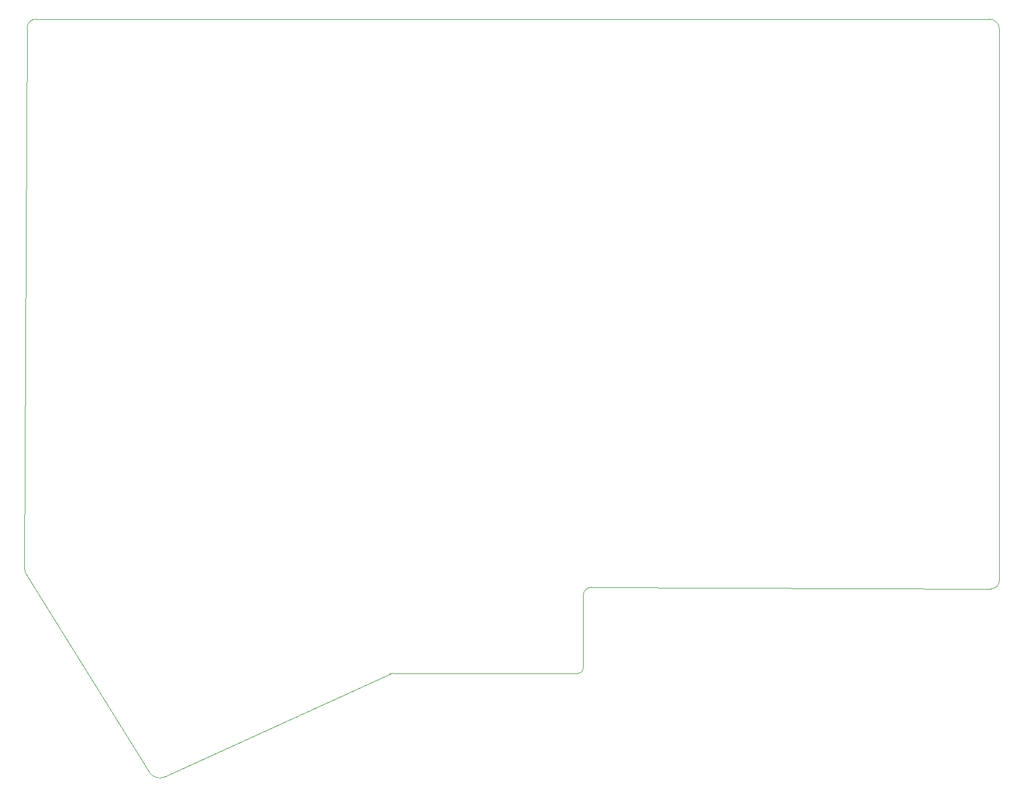
<source format=gm1>
G04 #@! TF.GenerationSoftware,KiCad,Pcbnew,(5.1.4)-1*
G04 #@! TF.CreationDate,2021-07-06T10:58:30+08:00*
G04 #@! TF.ProjectId,Split Keeb,53706c69-7420-44b6-9565-622e6b696361,rev?*
G04 #@! TF.SameCoordinates,Original*
G04 #@! TF.FileFunction,Profile,NP*
%FSLAX46Y46*%
G04 Gerber Fmt 4.6, Leading zero omitted, Abs format (unit mm)*
G04 Created by KiCad (PCBNEW (5.1.4)-1) date 2021-07-06 10:58:30*
%MOMM*%
%LPD*%
G04 APERTURE LIST*
%ADD10C,0.050000*%
G04 APERTURE END LIST*
D10*
X69215000Y-50368200D02*
G75*
G02X70561200Y-49022000I1346200J0D01*
G01*
X216662000Y-49022000D02*
G75*
G02X218186000Y-50546000I0J-1524000D01*
G01*
X218185746Y-135102605D02*
G75*
G02X216916000Y-136398000I-1269746J-25395D01*
G01*
X124826908Y-149436724D02*
G75*
G02X125349000Y-149352000I522091J-1566275D01*
G01*
X68995286Y-133967988D02*
G75*
G02X68834000Y-133215703I1396188J692769D01*
G01*
X154432000Y-137414000D02*
G75*
G02X155702000Y-136144000I1270000J0D01*
G01*
X154432000Y-148590000D02*
G75*
G02X153670000Y-149352000I-762000J0D01*
G01*
X90302555Y-165239036D02*
G75*
G02X88011001Y-164591999I-767555J1663036D01*
G01*
X68834000Y-133215703D02*
X69215000Y-50368200D01*
X88011000Y-164592000D02*
X68995287Y-133967987D01*
X216916000Y-136398000D02*
X155702000Y-136144000D01*
X218186000Y-50546000D02*
X218186000Y-135102605D01*
X124826908Y-149436724D02*
X90302555Y-165239035D01*
X153670000Y-149352000D02*
X125349000Y-149352000D01*
X154432000Y-137414000D02*
X154432000Y-148590000D01*
X70561200Y-49022000D02*
X216662000Y-49022000D01*
M02*

</source>
